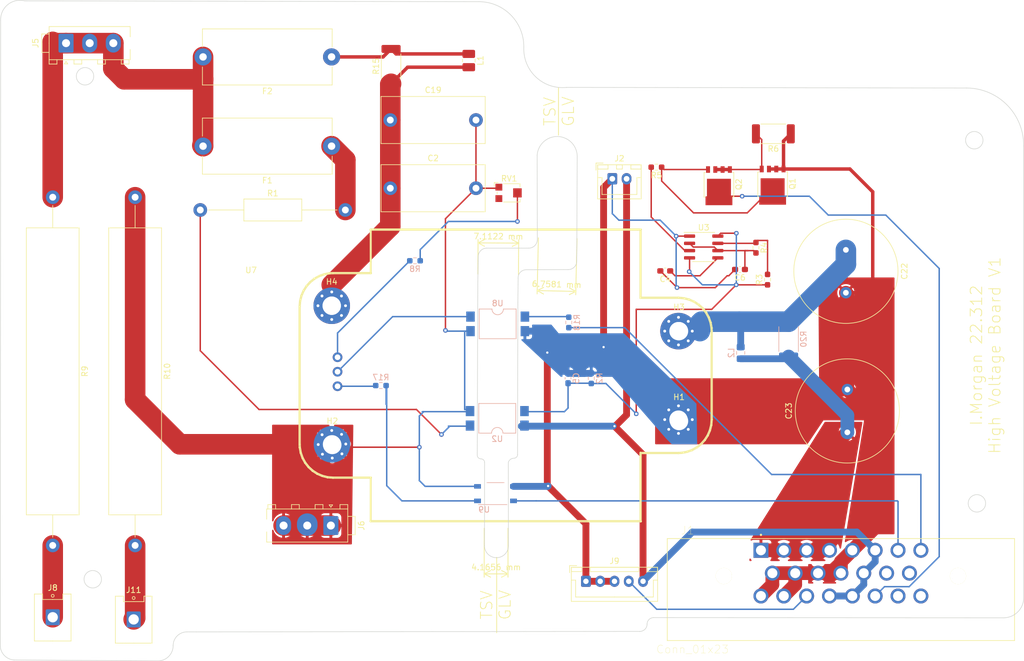
<source format=kicad_pcb>
(kicad_pcb (version 20211014) (generator pcbnew)
  (layers (0 "F.Cu" signal) (31 "B.Cu" signal) (34 "B.Paste" user) (35 "F.Paste" user) (36 "B.SilkS" user "B.Silkscreen") (37 "F.SilkS" user "F.Silkscreen") (38 "B.Mask" user) (39 "F.Mask" user) (44 "Edge.Cuts" user))
  (net 0 "")
  (net 1 "+12V")
  (net 2 "GND")
  (net 3 "Net-(C4-Pad1)")
  (net 4 "VCC")
  (net 5 "/TSAL/pass")
  (net 6 "Net-(C19-Pad1)")
  (net 7 "Net-(C22-Pad1)")
  (net 8 "/DCDC_OUT")
  (net 11 "/TSAL_GND")
  (net 13 "/IMD_OK")
  (net 15 "Net-(R1-Pad1)")
  (net 16 "Net-(R3-Pad2)")
  (net 17 "/TSAL/555_OUT")
  (net 18 "Net-(R17-Pad1)")
  (net 19 "/vicor/FAULT_HV")
  (net 20 "/DC_DC_EN")
  (net 21 "Net-(R18-Pad2)")
  (net 22 "/DC_DC_FAULT")
  (net 23 "Net-(Q1-Pad4)")
  (net 24 "/vicor/EN_HV")
  (net 25 "HV-")
  (net 26 "HV+")
  (net 27 "/TSAL/HV+")
  (net 28 "/vicor/HV+")
  (net 29 "Net-(J8-Pad1)")
  (net 30 "Net-(J11-Pad1)")
  (net 31 "Net-(Q1-Pad5)")
  (net 32 "/vicor/TRIM_HV")
  (net 34 "Net-(R8-Pad2)")
  (footprint "AERO_Footprints:TE_MATE-N-LOK_1-770870-x_1x03_P4.14mm_Vertical" (layer "F.Cu") (at 58.923 44.451 90)
    (fp_text reference "J5")
    (fp_text value "HV+")
  )
  (footprint "Connector_JST:JST_XH_B2B-XH-A_1x02_P2.50mm_Vertical" (layer "F.Cu") (at 154.559 68.199)
    (fp_text reference "J2")
    (fp_text value "Conn_01x02")
  )
  (footprint "AERO_Footprints:vicor-socket-no-cutouts" (layer "F.Cu") (at 105.43912 90.4219)
    (fp_text reference "U7")
    (fp_text value "Vicor_AERO")
  )
  (footprint "Fuse:Fuseholder_Cylinder-5x20mm_Schurter_0031_8201_Horizontal_Open" (layer "F.Cu") (at 105.41 62.484 180)
    (fp_text reference "F1")
    (fp_text value "2A")
  )
  (footprint "MountingHole:MountingHole_3.2mm_M3" (layer "F.Cu") (at 105.43912 90.4219)
    (fp_text reference "H4")
    (fp_text value "MountingHole")
  )
  (footprint "Capacitor_THT:C_Radial_D18.0mm_H35.5mm_P7.50mm" (layer "F.Cu") (at 195.453 80.645 -90)
    (fp_text reference "C22")
    (fp_text value "4700uF")
  )
  (footprint "Capacitor_THT:C_Rect_L18.0mm_W8.0mm_P15.00mm_FKS3_FKP3" (layer "F.Cu") (at 115.69 57.912)
    (fp_text reference "C19")
    (fp_text value "0.68uF")
  )
  (footprint "Connector_JST:JST_XH_B5B-XH-A_1x05_P2.50mm_Vertical" (layer "F.Cu") (at 149.94 138.667)
    (fp_text reference "J9")
    (fp_text value "Bender-LV")
  )
  (footprint "Capacitor_SMD:C_0603_1608Metric_Pad1.08x0.95mm_HandSolder" (layer "F.Cu") (at 163.83 84.328 180)
    (fp_text reference "C4")
    (fp_text value "0.1u")
  )
  (footprint "MountingHole:MountingHole_3.2mm_M3" (layer "F.Cu") (at 105.537 114.808)
    (fp_text reference "H2")
    (fp_text value "MountingHole")
  )
  (footprint "Capacitor_THT:C_Radial_D18.0mm_H35.5mm_P7.50mm" (layer "F.Cu") (at 195.707 112.589 90)
    (fp_text reference "C23")
    (fp_text value "4700uF")
  )
  (footprint "Resistor_SMD:R_0603_1608Metric_Pad0.98x0.95mm_HandSolder" (layer "F.Cu") (at 162.2825 66.167 180)
    (fp_text reference "R5")
    (fp_text value "10k")
  )
  (footprint "Resistor_SMD:R_0603_1608Metric_Pad0.98x0.95mm_HandSolder" (layer "F.Cu") (at 181.737 85.852 90)
    (fp_text reference "R3")
    (fp_text value "100k")
  )
  (footprint "Resistor_SMD:R_2512_6332Metric_Pad1.40x3.35mm_HandSolder" (layer "F.Cu") (at 115.824 48.514 90)
    (fp_text reference "R15")
    (fp_text value "1")
  )
  (footprint "Package_TO_SOT_SMD:LFPAK56" (layer "F.Cu") (at 182.626 69.323 -90)
    (fp_text reference "Q1")
    (fp_text value "PSMN5R2-60YL")
  )
  (footprint "MountingHole:MountingHole_3.2mm_M3" (layer "F.Cu") (at 166.243 110.617)
    (fp_text reference "H1")
    (fp_text value "MountingHole")
  )
  (footprint "Connector_Hirose:Hirose_DF63M-1P-3.96DSA_1x01_P3.96mm_Vertical" (layer "F.Cu") (at 70.7644 145.3388)
    (fp_text reference "J11")
    (fp_text value "HV-")
  )
  (footprint "Package_SO:SOIC-8_3.9x4.9mm_P1.27mm" (layer "F.Cu") (at 170.561 80.137)
    (fp_text reference "U3")
    (fp_text value "LM555xM")
  )
  (footprint "Capacitor_SMD:C_0603_1608Metric_Pad1.08x0.95mm_HandSolder" (layer "F.Cu") (at 176.911 84.074 180)
    (fp_text reference "C6")
    (fp_text value "1u")
  )
  (footprint "Resistor_THT:R_Axial_Power_L50.0mm_W9.0mm_P60.96mm" (layer "F.Cu") (at 56.5912 71.4248 -90)
    (fp_text reference "R9")
    (fp_text value "10k")
  )
  (footprint "Resistor_SMD:R_2512_6332Metric_Pad1.40x3.35mm_HandSolder" (layer "F.Cu") (at 182.753 60.325 180)
    (fp_text reference "R6")
    (fp_text value "0.75")
  )
  (footprint "AERO_Footprints:TE_1-770669-1_23pin_Horizontal" (layer "F.Cu") (at 180.581 133.2395)
    (fp_text reference "J1")
    (fp_text value "Conn_01x23")
  )
  (footprint "Fuse:Fuseholder_Cylinder-5x20mm_Schurter_0031_8201_Horizontal_Open" (layer "F.Cu") (at 105.41 46.863 180)
    (fp_text reference "F2")
    (fp_text value "35A")
  )
  (footprint "Resistor_THT:R_Axial_Power_L50.0mm_W9.0mm_P60.96mm" (layer "F.Cu") (at 71.0184 71.4248 -90)
    (fp_text reference "R10")
    (fp_text value "10k")
  )
  (footprint "MountingHole:MountingHole_3.2mm_M3" (layer "F.Cu") (at 166.243 94.869)
    (fp_text reference "H3")
    (fp_text value "MountingHole")
  )
  (footprint "Potentiometer_SMD:Potentiometer_Bourns_TC33X_Vertical" (layer "F.Cu") (at 136.498 70.6628)
    (fp_text reference "RV1")
    (fp_text value "50k TC33x-2-503E")
  )
  (footprint "Package_TO_SOT_SMD:LFPAK56" (layer "F.Cu") (at 173.228 69.411 -90)
    (fp_text reference "Q2")
    (fp_text value "PSMN5R2-60YL")
  )
  (footprint "Resistor_SMD:R_0603_1608Metric_Pad0.98x0.95mm_HandSolder" (layer "F.Cu") (at 179.705 80.264 -90)
    (fp_text reference "R4")
    (fp_text value "235k")
  )
  (footprint "AERO_Footprints:TE_MATE-N-LOK_1-770870-x_1x03_P4.14mm_Vertical" (layer "F.Cu") (at 105.288 128.904 -90)
    (fp_text reference "J6")
    (fp_text value "HV-")
  )
  (footprint "Inductor_SMD:L_1008_2520Metric_Pad1.43x2.20mm_HandSolder" (layer "F.Cu") (at 129.4325 47.498 -90)
    (fp_text reference "L1")
    (fp_text value "1uH")
  )
  (footprint "Capacitor_THT:C_Rect_L18.0mm_W8.0mm_P15.00mm_FKS3_FKP3" (layer "F.Cu") (at 115.69 69.85)
    (fp_text reference "C2")
    (fp_text value "0.68uF")
  )
  (footprint "Resistor_THT:R_Axial_DIN0411_L9.9mm_D3.6mm_P25.40mm_Horizontal" (layer "F.Cu") (at 82.423 73.66)
    (fp_text reference "R1")
    (fp_text value "39k")
  )
  (footprint "Connector_Hirose:Hirose_DF63M-1P-3.96DSA_1x01_P3.96mm_Vertical" (layer "F.Cu") (at 56.5912 144.9578)
    (fp_text reference "J8")
    (fp_text value "HV+")
  )
  (footprint "Package_DIP:SMDIP-4_W9.53mm_Clearance8mm" (layer "B.Cu") (at 134.493 93.599 180)
    (fp_text reference "U8")
    (fp_text value "LTV-817S")
  )
  (footprint "Inductor_SMD:L_0805_2012Metric_Pad1.15x1.40mm_HandSolder" (layer "B.Cu") (at 177.038 98.679 -90)
    (fp_text reference "L2")
    (fp_text value "0.15uH")
  )
  (footprint "Resistor_SMD:R_0603_1608Metric_Pad0.98x0.95mm_HandSolder" (layer "B.Cu") (at 146.939 93.345 90)
    (fp_text reference "R18")
    (fp_text value "1k")
  )
  (footprint "Package_DIP:SMDIP-4_W9.53mm_Clearance8mm" (layer "B.Cu") (at 134.4168 110.1344)
    (fp_text reference "U2")
    (fp_text value "LTV-817S")
  )
  (footprint "Capacitor_SMD:C_0603_1608Metric_Pad1.08x0.95mm_HandSolder" (layer "B.Cu") (at 146.812 103.124 90)
    (fp_text reference "C5")
    (fp_text value "0.1u")
  )
  (footprint "Package_SO:MFSOP6-4_4.4x3.6mm_P1.27mm" (layer "B.Cu") (at 134.112 123.317)
    (fp_text reference "U9")
    (fp_text value "TLP184")
  )
  (footprint "Resistor_SMD:R_2512_6332Metric_Pad1.40x3.35mm_HandSolder" (layer "B.Cu") (at 185.42 96.266 90)
    (fp_text reference "R20")
    (fp_text value "1")
  )
  (footprint "Resistor_SMD:R_0603_1608Metric_Pad0.98x0.95mm_HandSolder" (layer "B.Cu") (at 150.876 103.124 90)
    (fp_text reference "R2")
    (fp_text value "10k")
  )
  (footprint "Resistor_SMD:R_0603_1608Metric_Pad0.98x0.95mm_HandSolder" (layer "B.Cu") (at 114.046 104.394 180)
    (fp_text reference "R17")
    (fp_text value "1k")
  )
  (footprint "Resistor_SMD:R_0603_1608Metric_Pad0.98x0.95mm_HandSolder" (layer "B.Cu") (at 120.015 82.55)
    (fp_text reference "R8")
    (fp_text value "300")
  )
  (gr_line (start 145.1356 60.5536) (end 145.1356 52.2732) (layer "F.SilkS") (width 0.15))
  (gr_line (start 134.3152 134.4676) (end 134.3152 147.6756) (layer "F.SilkS") (width 0.15))
  (gr_circle (center 218.389198 125.018766) (end 219.9132 124.967934) (layer "Edge.Cuts") (width 0.1) (fill none))
  (gr_line (start 226.593528 141.503528) (end 226.568 62.484) (layer "Edge.Cuts") (width 0.1))
  (gr_arc (start 138.0744 85.598) (mid 138.456476 84.561129) (end 139.47171 84.1248) (layer "Edge.Cuts") (width 0.1))
  (gr_line (start 159.375974 147.437974) (end 81.7372 147.5232) (layer "Edge.Cuts") (width 0.1))
  (gr_line (start 148.413785 64.459373) (end 148.336 82.6008) (layer "Edge.Cuts") (width 0.1))
  (gr_arc (start 160.645974 146.167974) (mid 160.274 147.066) (end 159.375974 147.437974) (layer "Edge.Cuts") (width 0.1))
  (gr_line (start 131.08971 81.81371) (end 131.0132 86.2584) (layer "Edge.Cuts") (width 0.1))
  (gr_line (start 136.3472 117.8814) (end 136.3726 132.4864) (layer "Edge.Cuts") (width 0.1))
  (gr_arc (start 47.483076 40.477125) (mid 48.71705 37.709649) (end 51.674076 37.048125) (layer "Edge.Cuts") (width 0.1))
  (gr_arc (start 146.558 52.197) (mid 141.217488 50.41444) (end 139.065 45.212) (layer "Edge.Cuts") (width 0.1))
  (gr_arc (start 49.824325 152.435876) (mid 48.159536 151.687665) (end 47.411325 150.022876) (layer "Edge.Cuts") (width 0.1))
  (gr_arc (start 136.3726 132.4864) (mid 134.251711 134.531549) (end 132.18101 132.4356) (layer "Edge.Cuts") (width 0.1))
  (gr_line (start 161.788974 145.024974) (end 223.037528 145.059528) (layer "Edge.Cuts") (width 0.1))
  (gr_arc (start 137.9728 116.4844) (mid 137.786813 116.933413) (end 137.3378 117.1194) (layer "Edge.Cuts") (width 0.1))
  (gr_line (start 132.198813 117.864187) (end 132.18101 132.4356) (layer "Edge.Cuts") (width 0.1))
  (gr_arc (start 226.593528 141.503528) (mid 225.552 144.018) (end 223.037528 145.059528) (layer "Edge.Cuts") (width 0.1))
  (gr_arc (start 131.191 37.193402) (mid 136.81299 39.548096) (end 139.065 45.212) (layer "Edge.Cuts") (width 0.1))
  (gr_arc (start 77.6732 149.9362) (mid 76.892054 151.822054) (end 75.0062 152.6032) (layer "Edge.Cuts") (width 0.1))
  (gr_line (start 47.411325 150.022876) (end 47.483076 40.477125) (layer "Edge.Cuts") (width 0.1))
  (gr_arc (start 141.4272 78.8924) (mid 140.970156 79.918944) (end 139.92829 80.33989) (layer "Edge.Cuts") (width 0.1))
  (gr_line (start 216.552598 52.306402) (end 146.558 52.197) (layer "Edge.Cuts") (width 0.1))
  (gr_line (start 131.0132 86.2584) (end 130.9116 116.5352) (layer "Edge.Cuts") (width 0.1))
  (gr_line (start 138.0236 89.8652) (end 138.0744 85.598) (layer "Edge.Cuts") (width 0.1))
  (gr_arc (start 131.563813 117.229187) (mid 132.012826 117.415174) (end 132.198813 117.864187) (layer "Edge.Cuts") (width 0.1))
  (gr_arc (start 131.563813 117.229187) (mid 131.087629 117.023237) (end 130.9116 116.5352) (layer "Edge.Cuts") (width 0.1))
  (gr_line (start 139.47171 84.1248) (end 146.83709 84.09909) (layer "Edge.Cuts") (width 0.1))
  (gr_circle (center 62.25 50.25) (end 63.774002 50.199168) (layer "Edge.Cuts") (width 0.1) (fill none))
  (gr_arc (start 77.6732 149.9362) (mid 78.37995 148.22995) (end 80.0862 147.5232) (layer "Edge.Cuts") (width 0.1))
  (gr_arc (start 160.645974 146.167974) (mid 160.980751 145.359751) (end 161.788974 145.024974) (layer "Edge.Cuts") (width 0.1))
  (gr_line (start 81.7372 147.5232) (end 80.0862 147.5232) (layer "Edge.Cuts") (width 0.1))
  (gr_arc (start 136.3472 117.8814) (mid 136.712911 117.331934) (end 137.3378 117.1194) (layer "Edge.Cuts") (width 0.1))
  (gr_circle (center 63.600698 138.306266) (end 65.122576 138.211117) (layer "Edge.Cuts") (width 0.1) (fill none))
  (gr_arc (start 131.08971 81.81371) (mid 131.5212 80.772) (end 132.56291 80.34051) (layer "Edge.Cuts") (width 0.1))
  (gr_line (start 139.92829 80.33989) (end 132.56291 80.34051) (layer "Edge.Cuts") (width 0.1))
  (gr_arc (start 141.403385 64.103773) (mid 145.084801 60.8076) (end 148.413785 64.459373) (layer "Edge.Cuts") (width 0.1))
  (gr_line (start 75.0062 152.6032) (end 49.824325 152.435876) (layer "Edge.Cuts") (width 0.1))
  (gr_circle (center 217.931098 61.445866) (end 219.4551 61.395034) (layer "Edge.Cuts") (width 0.1) (fill none))
  (gr_line (start 51.674076 37.048125) (end 131.191 37.193402) (layer "Edge.Cuts") (width 0.1))
  (gr_arc (start 148.336 82.6008) (mid 147.896759 83.660288) (end 146.83709 84.09909) (layer "Edge.Cuts") (width 0.1))
  (gr_line (start 138.0236 89.8652) (end 137.9728 116.4844) (layer "Edge.Cuts") (width 0.1))
  (gr_arc (start 216.552598 52.306402) (mid 223.692132 55.297342) (end 226.568 62.484) (layer "Edge.Cuts") (width 0.1))
  (gr_line (start 141.403385 64.103773) (end 141.4272 78.8924) (layer "Edge.Cuts") (width 0.1))
  (gr_text "TSV\nGLV\n" (at 134.1628 142.7988 90) (layer "F.SilkS") (effects (font (size 2 2))))
  (gr_text "I.Morgan 22.312\nHigh Voltage Board V1" (at 219.9132 99.1108 90) (layer "F.SilkS") (effects (font (size 2 2))))
  (gr_text "TSV\nGLV\n" (at 145.2372 56.4134 90) (layer "F.SilkS") (effects (font (size 2 2))))
  (dimension (type aligned) (layer "F.SilkS") (pts (xy 131.0132 85.3948) (xy 138.1252 85.4456)) (height -5.981184) (gr_text "7.1122 mm" (at 134.620136 78.289198 359.5907514) (layer "F.SilkS") (effects (font (size 1 1) (thickness 0.15)))) (format (units 3) (units_format 1) (precision 4)) (style (thickness 0.15) (arrow_length 1.27) (text_position_mode 0) (extension_height 0.58642) (extension_offset 0.5) keep_text_aligned))
  (dimension (type aligned) (layer "F.SilkS") (pts (xy 141.6304 78.0288) (xy 148.3868 78.1812)) (height 9.740427) (gr_text "6.7581 mm" (at 144.81488 86.693242 358.7078331) (layer "F.SilkS") (effects (font (size 1 1) (thickness 0.15)))) (format (units 3) (units_format 1) (precision 4)) (style (thickness 0.15) (arrow_length 1.27) (text_position_mode 0) (extension_height 0.58642) (extension_offset 0.5) keep_text_aligned))
  (dimension (type aligned) (layer "F.SilkS") (pts (xy 132.1308 128.8796) (xy 136.2964 128.8796)) (height 8.4836) (gr_text "4.1656 mm" (at 134.2136 136.2132) (layer "F.SilkS") (effects (font (size 1 1) (thickness 0.15)))) (format (units 3) (units_format 1) (precision 4)) (style (thickness 0.15) (arrow_length 1.27) (text_position_mode 0) (extension_height 0.58642) (extension_offset 0.5) keep_text_aligned))
  (segment (start 157.059 68.199) (end 157.059 109.514) (width 1.2) (layer "F.Cu") (net 1))
  (segment (start 159.94 116.506) (end 155.0035 111.5695) (width 1.2) (layer "F.Cu") (net 1))
  (segment (start 159.94 138.667) (end 159.94 116.506) (width 1.2) (layer "F.Cu") (net 1))
  (segment (start 155.0035 111.5695) (end 154.94 111.506) (width 1.2) (layer "F.Cu") (net 1))
  (segment (start 157.059 109.514) (end 155.0035 111.5695) (width 1.2) (layer "F.Cu") (net 1))
  (via (at 154.94 111.506) (size 0.8) (drill 0.4) (layers "F.Cu" "B.Cu") (net 1))
  (segment (start 200.581 135.2395) (end 198.581 137.2395) (width 1.2) (layer "B.Cu") (net 1))
  (segment (start 138.623 111.506) (end 154.686 111.506) (width 1.2) (layer "B.Cu") (net 1))
  (segment (start 200.581 133.2395) (end 200.581 135.2395) (width 1.2) (layer "B.Cu") (net 1))
  (segment (start 200.581 133.2395) (end 197.390394 130.048894) (width 1.2) (layer "B.Cu") (net 1))
  (segment (start 168.558106 130.048894) (end 159.94 138.667) (width 1.2) (layer "B.Cu") (net 1))
  (segment (start 196.581 141.2395) (end 192.581 141.2395) (width 1.2) (layer "B.Cu") (net 1))
  (segment (start 198.581 137.2395) (end 198.581 139.2395) (width 1.2) (layer "B.Cu") (net 1))
  (segment (start 198.581 139.2395) (end 196.581 141.2395) (width 1.2) (layer "B.Cu") (net 1))
  (segment (start 197.390394 130.048894) (end 168.558106 130.048894) (width 1.2) (layer "B.Cu") (net 1))
  (segment (start 196.581 133.2395) (end 200.533 129.2875) (width 2.4) (layer "F.Cu") (net 2))
  (segment (start 195.707 88.399) (end 195.453 88.145) (width 2.4) (layer "F.Cu") (net 2))
  (segment (start 186.581 137.2395) (end 182.581 137.2395) (width 2.4) (layer "F.Cu") (net 2))
  (segment (start 182.566 105.089) (end 177.2941 110.3609) (width 2.4) (layer "F.Cu") (net 2))
  (segment (start 143.17925 121.84325) (end 143.17925 99.99925) (width 1.2) (layer "F.Cu") (net 2))
  (segment (start 195.707 105.089) (end 195.707 88.399) (width 2.4) (layer "F.Cu") (net 2))
  (segment (start 149.94 138.667) (end 149.94 128.604) (width 1.2) (layer "F.Cu") (net 2))
  (segment (start 165.8885 87.249) (end 162.9675 84.328) (width 0.25) (layer "F.Cu") (net 2))
  (segment (start 176.0485 84.074) (end 174.9425 85.18) (width 0.25) (layer "F.Cu") (net 2))
  (segment (start 194.581 135.2395) (end 196.581 133.2395) (width 2.4) (layer "F.Cu") (net 2))
  (segment (start 149.94 128.604) (end 144.0815 122.7455) (width 1.2) (layer "F.Cu") (net 2))
  (segment (start 182.581 137.2395) (end 182.581 139.2395) (width 2.4) (layer "F.Cu") (net 2))
  (segment (start 200.533 129.2875) (end 200.533 109.915) (width 2.4) (layer "F.Cu") (net 2))
  (segment (start 199.637 88.145) (end 195.453 88.145) (width 0.6) (layer "F.Cu") (net 2))
  (segment (start 184.536 61.592) (end 184.536 66.488) (width 0.6) (layer "F.Cu") (net 2))
  (segment (start 195.707 105.089) (end 182.566 105.089) (width 2.4) (layer "F.Cu") (net 2))
  (segment (start 184.536 66.488) (end 196.155 66.488) (width 0.6) (layer "F.Cu") (net 2))
  (segment (start 144.0815 122.7455) (end 143.17925 121.84325) (width 1.2) (layer "F.Cu") (net 2))
  (segment (start 186.581 139.2395) (end 184.581 141.2395) (width 2.4) (layer "F.Cu") (net 2))
  (segment (start 182.581 139.2395) (end 180.581 141.2395) (width 2.4) (layer "F.Cu") (net 2))
  (segment (start 172.593 87.249) (end 165.8885 87.249) (width 0.25) (layer "F.Cu") (net 2))
  (segment (start 200.152 70.485) (end 200.152 87.63) (width 0.6) (layer "F.Cu") (net 2))
  (segment (start 174.9425 85.18) (end 174.662 85.18) (width 0.25) (layer "F.Cu") (net 2))
  (segment (start 145.5155 97.663) (end 153.035 97.663) (width 1.2) (layer "F.Cu") (net 2))
  (segment (start 143.17925 99.99925) (end 145.5155 97.663) (width 1.2) (layer "F.Cu") (net 2))
  (segment (start 154.94 138.667) (end 149.94 138.667) (width 1.2) (layer "F.Cu") (net 2))
  (segment (start 144.0815 122.7455) (end 143.3195 121.9835) (width 1.2) (layer "F.Cu") (net 2))
  (segment (start 190.581 137.2395) (end 194.581 137.2395) (width 2.4) (layer "F.Cu") (net 2))
  (segment (start 174.662 85.18) (end 172.593 87.249) (width 0.25) (layer "F.Cu") (net 2))
  (segment (start 177.2941 110.3609) (end 169.293001 110.3609) (width 2.4) (layer "F.Cu") (net 2))
  (segment (start 153.035 69.723) (end 154.559 68.199) (width 1.2) (layer "F.Cu") (net 2))
  (segment (start 186.581 137.2395) (end 186.581 139.2395) (width 2.4) (layer "F.Cu") (net 2))
  (segment (start 194.581 137.2395) (end 194.581 135.2395) (width 2.4) (layer "F.Cu") (net 2))
  (segment (start 153.035 97.663) (end 153.035 69.723) (width 1.2) (layer "F.Cu") (net 2))
  (segment (start 185.803 60.325) (end 184.536 61.592) (width 0.6) (layer "F.Cu") (net 2))
  (segment (start 190.581 137.2395) (end 186.581 137.2395) (width 2.4) (layer "F.Cu") (net 2))
  (segment (start 196.155 66.488) (end 200.152 70.485) (width 0.6) (layer "F.Cu") (net 2))
  (segment (start 143.17925 99.99925) (end 143.17925 98.62875) (width 1.2) (layer "F.Cu") (net 2))
  (segment (start 184.536 66.488) (end 181.986 66.488) (width 0.6) (layer "F.Cu") (net 2))
  (segment (start 168.086 78.232) (end 165.735 78.232) (width 0.25) (layer "F.Cu") (net 2))
  (segment (start 200.533 109.915) (end 195.707 105.089) (width 2.4) (layer "F.Cu") (net 2))
  (segment (start 200.152 87.63) (end 199.637 88.145) (width 0.6) (layer "F.Cu") (net 2))
  (via (at 143.3195 121.9835) (size 0.8) (drill 0.4) (layers "F.Cu" "B.Cu") (net 2))
  (via (at 165.8885 87.249) (size 0.8) (drill 0.4) (layers "F.Cu" "B.Cu") (net 2))
  (via (at 153.035 97.663) (size 0.8) (drill 0.4) (layers "F.Cu" "B.Cu") (net 2))
  (via (at 143.17925 98.62875) (size 0.8) (drill 0.4) (layers "F.Cu" "B.Cu") (net 2))
  (via (at 165.735 78.232) (size 0.8) (drill 0.4) (layers "F.Cu" "B.Cu") (net 2))
  (segment (start 146.812 102.2615) (end 150.826 102.2615) (width 1.2) (layer "B.Cu") (net 2))
  (segment (start 150.826 102.2615) (end 150.876 102.2115) (width 1.2) (layer "B.Cu") (net 2))
  (segment (start 165.735 78.232) (end 162.941 75.438) (width 0.25) (layer "B.Cu") (net 2))
  (segment (start 143.17925 98.62875) (end 146.812 102.2615) (width 1.2) (layer "B.Cu") (net 2))
  (segment (start 139.258 94.869) (end 139.4195 94.869) (width 0.254) (layer "B.Cu") (net 2))
  (segment (start 143.3195 121.9835) (end 143.51 121.793) (width 0.254) (layer "B.Cu") (net 2))
  (segment (start 153.44722 97.663) (end 153.035 97.663) (width 1.2) (layer "B.Cu") (net 2))
  (segment (start 145.796 97.663) (end 143.002 94.869) (width 1.2) (layer "B.Cu") (net 2))
  (segment (start 154.559 74.295) (end 154.559 68.199) (width 0.25) (layer "B.Cu") (net 2))
  (segment (start 143.256 122.047) (end 143.3195 121.9835) (width 1.2) (layer "B.Cu") (net 2))
  (segment (start 162.941 75.438) (end 155.702 75.438) (width 0.25) (layer "B.Cu") (net 2))
  (segment (start 165.735 87.0955) (end 165.8885 87.249) (width 0.25) (layer "B.Cu") (net 2))
  (segment (start 155.702 75.438) (end 154.559 74.295) (width 0.25) (layer "B.Cu") (net 2))
  (segment (start 137.262 122.047) (end 143.256 122.047) (width 1.2) (layer "B.Cu") (net 2))
  (segment (start 153.035 97.663) (end 145.796 97.663) (width 1.2) (layer "B.Cu") (net 2))
  (segment (start 164.438871 108.654651) (end 153.44722 97.663) (width 1.2) (layer "B.Cu") (net 2))
  (segment (start 143.002 94.869) (end 139.258 94.869) (width 1.2) (layer "B.Cu") (net 2))
  (segment (start 165.735 78.232) (end 165.735 87.0955) (width 0.25) (layer "B.Cu") (net 2))
  (segment (start 173.036 82.042) (end 169.898 85.18) (width 0.25) (layer "F.Cu") (net 3))
  (segment (start 165.5445 85.18) (end 164.6925 84.328) (width 0.25) (layer "F.Cu") (net 3))
  (segment (start 169.898 85.18) (end 165.5445 85.18) (width 0.25) (layer "F.Cu") (net 3))
  (segment (start 168.086 84.39) (end 168.021 84.455) (width 0.25) (layer "F.Cu") (net 4))
  (segment (start 173.036 78.232) (end 173.544 77.724) (width 0.25) (layer "F.Cu") (net 4))
  (segment (start 181.7135 86.741) (end 181.737 86.7645) (width 0.254) (layer "F.Cu") (net 4))
  (segment (start 158.75 109.347) (end 158.75 91.059) (width 0.254) (layer "F.Cu") (net 4))
  (segment (start 158.75 91.059) (end 171.958 91.059) (width 0.254) (layer "F.Cu") (net 4))
  (segment (start 173.544 77.724) (end 176.276 77.724) (width 0.25) (layer "F.Cu") (net 4))
  (segment (start 171.958 91.059) (end 176.2525 86.7645) (width 0.254) (layer "F.Cu") (net 4))
  (segment (start 176.2525 86.7645) (end 181.737 86.7645) (width 0.254) (layer "F.Cu") (net 4))
  (segment (start 168.086 82.042) (end 168.086 84.39) (width 0.25) (layer "F.Cu") (net 4))
  (via (at 168.021 84.455) (size 0.8) (drill 0.4) (layers "F.Cu" "B.Cu") (net 4))
  (via (at 158.75 109.347) (size 0.8) (drill 0.4) (layers "F.Cu" "B.Cu") (net 4))
  (via (at 176.276 77.724) (size 0.8) (drill 0.4) (layers "F.Cu" "B.Cu") (net 4))
  (via (at 176.2525 86.7645) (size 0.8) (drill 0.4) (layers "F.Cu" "B.Cu") (net 4))
  (segment (start 153.4395 104.0365) (end 158.75 109.347) (width 0.254) (layer "B.Cu") (net 4))
  (segment (start 146.177 108.966) (end 138.623 108.966) (width 0.254) (layer "B.Cu") (net 4))
  (segment (start 150.876 104.0365) (end 153.4395 104.0365) (width 0.254) (layer "B.Cu") (net 4))
  (segment (start 176.276 77.724) (end 176.276 86.741) (width 0.25) (layer "B.Cu") (net 4))
  (segment (start 176.276 86.741) (end 176.2525 86.7645) (width 0.25) (layer "B.Cu") (net 4))
  (segment (start 146.812 108.331) (end 146.177 108.966) (width 0.254) (layer "B.Cu") (net 4))
  (segment (start 170.3305 86.7645) (end 176.2525 86.7645) (width 0.25) (layer "B.Cu") (net 4))
  (segment (start 168.021 84.455) (end 170.3305 86.7645) (width 0.25) (layer "B.Cu") (net 4))
  (segment (start 146.812 103.9865) (end 150.826 103.9865) (width 0.254) (layer "B.Cu") (net 4))
  (segment (start 150.826 103.9865) (end 150.876 104.0365) (width 0.254) (layer "B.Cu") (net 4))
  (segment (start 146.812 103.9865) (end 146.812 108.331) (width 0.254) (layer "B.Cu") (net 4))
  (segment (start 173.036 80.772) (end 178.308 80.772) (width 0.25) (layer "F.Cu") (net 5))
  (segment (start 178.308 80.772) (end 179.3005 80.772) (width 0.25) (layer "F.Cu") (net 5))
  (segment (start 168.731 80.147) (end 168.086 79.502) (width 0.25) (layer "F.Cu") (net 5))
  (segment (start 172.411 80.147) (end 168.731 80.147) (width 0.25) (layer "F.Cu") (net 5))
  (segment (start 173.036 80.772) (end 172.411 80.147) (width 0.25) (layer "F.Cu") (net 5))
  (segment (start 177.7735 84.074) (end 177.7735 80.7985) (width 0.25) (layer "F.Cu") (net 5))
  (segment (start 177.7735 80.7985) (end 177.8 80.772) (width 0.25) (layer "F.Cu") (net 5))
  (segment (start 177.8 80.772) (end 178.308 80.772) (width 0.25) (layer "F.Cu") (net 5))
  (segment (start 179.3005 80.772) (end 179.705 81.1765) (width 0.25) (layer "F.Cu") (net 5))
  (segment (start 115.69 57.912) (end 115.69 69.85) (width 3.6) (layer "F.Cu") (net 6))
  (segment (start 115.69 57.912) (end 115.69 51.698) (width 3.6) (layer "F.Cu") (net 6))
  (segment (start 118.7275 48.6605) (end 115.69 51.698) (width 0.6) (layer "F.Cu") (net 6))
  (segment (start 115.69 51.698) (end 115.824 51.564) (width 3.6) (layer "F.Cu") (net 6))
  (segment (start 115.69 69.85) (end 115.69 76.521019) (width 3.6) (layer "F.Cu") (net 6))
  (segment (start 129.4325 48.6605) (end 118.7275 48.6605) (width 0.6) (layer "F.Cu") (net 6))
  (segment (start 115.69 76.521019) (end 105.43912 86.771899) (width 3.6) (layer "F.Cu") (net 6))
  (segment (start 176.786 93.216) (end 170.182 93.216) (width 3.6) (layer "B.Cu") (net 7))
  (segment (start 177.038 97.654) (end 177.038 93.468) (width 1.2) (layer "B.Cu") (net 7))
  (segment (start 195.453 83.183) (end 185.42 93.216) (width 3.6) (layer "B.Cu") (net 7))
  (segment (start 185.42 93.216) (end 176.786 93.216) (width 3.6) (layer "B.Cu") (net 7))
  (segment (start 177.038 93.468) (end 176.786 93.216) (width 1.2) (layer "B.Cu") (net 7))
  (segment (start 169.893001 93.504999) (end 169.893001 94.8669) (width 3.6) (layer "B.Cu") (net 7))
  (segment (start 195.453 80.645) (end 195.453 83.183) (width 3.6) (layer "B.Cu") (net 7))
  (segment (start 170.182 93.216) (end 169.893001 93.504999) (width 3.6) (layer "B.Cu") (net 7))
  (segment (start 180.581 133.2395) (end 192.581 133.2395) (width 2.4) (layer "F.Cu") (net 8))
  (segment (start 192.581 133.2395) (end 192.581 115.715) (width 2.4) (layer "F.Cu") (net 8))
  (segment (start 192.581 115.715) (end 195.707 112.589) (width 2.4) (layer "F.Cu") (net 8))
  (segment (start 177.038 99.704) (end 185.032 99.704) (width 1.2) (layer "B.Cu") (net 8))
  (segment (start 195.707 112.589) (end 195.707 109.603) (width 2.4) (layer "B.Cu") (net 8))
  (segment (start 195.707 109.603) (end 185.42 99.316) (width 2.4) (layer "B.Cu") (net 8))
  (segment (start 185.032 99.704) (end 185.42 99.316) (width 1.2) (layer "B.Cu") (net 8))
  (segment (start 174.629 71.247) (end 173.228 69.846) (width 0.25) (layer "F.Cu") (net 11))
  (segment (start 177.292 71.247) (end 177.419 71.247) (width 0.25) (layer "F.Cu") (net 11))
  (segment (start 177.292 71.247) (end 174.629 71.247) (width 0.25) (layer "F.Cu") (net 11))
  (via (at 177.292 71.247) (size 0.8) (drill 0.4) (layers "F.Cu" "B.Cu") (net 11))
  (segment (start 211.78983 83.90083) (end 211.78983 134.346445) (width 0.25) (layer "B.Cu") (net 11))
  (segment (start 206.534275 139.602) (end 202.2185 139.602) (width 0.25) (layer "B.Cu") (net 11))
  (segment (start 202.2185 139.602) (end 200.581 141.2395) (width 0.25) (layer "B.Cu") (net 11))
  (segment (start 202.438 74.549) (end 211.78983 83.90083) (width 0.25) (layer "B.Cu") (net 11))
  (segment (start 177.292 71.247) (end 189.060204 71.247) (width 0.25) (layer "B.Cu") (net 11))
  (segment (start 192.362204 74.549) (end 202.438 74.549) (width 0.25) (layer "B.Cu") (net 11))
  (segment (start 189.060204 71.247) (end 192.362204 74.549) (width 0.25) (layer "B.Cu") (net 11))
  (segment (start 211.78983 134.346445) (end 206.534275 139.602) (width 0.25) (layer "B.Cu") (net 11))
  (segment (start 188.581 141.2395) (end 186.25524 143.56526) (width 0.254) (layer "B.Cu") (net 13))
  (segment (start 186.25524 143.56526) (end 162.33826 143.56526) (width 0.254) (layer "B.Cu") (net 13))
  (segment (start 162.33826 143.56526) (end 157.44 138.667) (width 0.254) (layer "B.Cu") (net 13))
  (segment (start 124.6505 112.9665) (end 120.269 108.585) (width 0.254) (layer "F.Cu") (net 15))
  (segment (start 82.423 98.298) (end 82.423 73.66) (width 0.254) (layer "F.Cu") (net 15))
  (segment (start 92.71 108.585) (end 82.423 98.298) (width 0.254) (layer "F.Cu") (net 15))
  (segment (start 120.269 108.585) (end 92.71 108.585) (width 0.254) (layer "F.Cu") (net 15))
  (via (at 124.6505 112.9665) (size 0.8) (drill 0.4) (layers "F.Cu" "B.Cu") (net 15))
  (segment (start 124.6505 112.9665) (end 124.587 113.03) (width 0.254) (layer "B.Cu") (net 15))
  (segment (start 129.093 111.506) (end 125.857 111.506) (width 0.254) (layer "B.Cu") (net 15))
  (segment (start 126.111 111.506) (end 124.6505 112.9665) (width 0.254) (layer "B.Cu") (net 15))
  (segment (start 179.705 79.3515) (end 180.0625 78.994) (width 0.25) (layer "F.Cu") (net 16))
  (segment (start 179.578 79.2245) (end 179.705 79.3515) (width 0.25) (layer "F.Cu") (net 16))
  (segment (start 179.5545 79.502) (end 179.705 79.3515) (width 0.25) (layer "F.Cu") (net 16))
  (segment (start 180.0625 78.994) (end 181.737 78.994) (width 0.25) (layer "F.Cu") (net 16))
  (segment (start 181.737 78.994) (end 181.737 84.9395) (width 0.25) (layer "F.Cu") (net 16))
  (segment (start 173.036 79.502) (end 179.5545 79.502) (width 0.25) (layer "F.Cu") (net 16))
  (segment (start 161.37 74.892305) (end 161.37 66.167) (width 0.25) (layer "F.Cu") (net 17))
  (segment (start 167.249695 80.772) (end 161.37 74.892305) (width 0.25) (layer "F.Cu") (net 17))
  (segment (start 168.086 80.772) (end 167.249695 80.772) (width 0.25) (layer "F.Cu") (net 17))
  (segment (start 117.729 124.587) (end 115.062 121.92) (width 0.254) (layer "B.Cu") (net 18))
  (segment (start 114.9585 104.394) (end 114.9585 107.6975) (width 0.254) (layer "B.Cu") (net 18))
  (segment (start 115.062 104.4975) (end 114.9585 104.394) (width 0.254) (layer "B.Cu") (net 18))
  (segment (start 115.062 121.92) (end 115.062 104.4975) (width 0.254) (layer "B.Cu") (net 18))
  (segment (start 130.962 124.587) (end 117.729 124.587) (width 0.254) (layer "B.Cu") (net 18))
  (segment (start 113.0086 104.5189) (end 113.1335 104.394) (width 0.254) (layer "B.Cu") (net 19))
  (segment (start 106.45512 104.5189) (end 113.0086 104.5189) (width 0.254) (layer "B.Cu") (net 19))
  (segment (start 208.581 119.968) (end 182.452 119.968) (width 0.254) (layer "B.Cu") (net 20))
  (segment (start 208.581 133.2395) (end 208.581 119.968) (width 0.254) (layer "B.Cu") (net 20))
  (segment (start 182.452 119.968) (end 156.7415 94.2575) (width 0.254) (layer "B.Cu") (net 20))
  (segment (start 156.7415 94.2575) (end 146.939 94.2575) (width 0.254) (layer "B.Cu") (net 20))
  (segment (start 146.8355 92.329) (end 146.939 92.4325) (width 0.254) (layer "B.Cu") (net 21))
  (segment (start 139.258 92.329) (end 146.8355 92.329) (width 0.254) (layer "B.Cu") (net 21))
  (segment (start 137.262 124.587) (end 141.224 124.587) (width 0.254) (layer "B.Cu") (net 22))
  (segment (start 204.581 124.698) (end 204.581 133.2395) (width 0.254) (layer "B.Cu") (net 22))
  (segment (start 141.224 124.587) (end 204.47 124.587) (width 0.254) (layer "B.Cu") (net 22))
  (segment (start 204.47 124.587) (end 204.581 124.698) (width 0.254) (layer "B.Cu") (net 22))
  (segment (start 175.138 66.576) (end 180.628 66.576) (width 0.25) (layer "F.Cu") (net 23))
  (segment (start 180.628 66.576) (end 180.716 66.488) (width 0.25) (layer "F.Cu") (net 23))
  (segment (start 172.588 66.576) (end 175.138 66.576) (width 0.6) (layer "F.Cu") (net 23))
  (segment (start 180.716 61.338) (end 180.716 66.488) (width 0.25) (layer "F.Cu") (net 23))
  (segment (start 179.703 60.325) (end 180.716 61.338) (width 0.25) (layer "F.Cu") (net 23))
  (segment (start 116.10502 92.329) (end 106.45512 101.9789) (width 0.25) (layer "B.Cu") (net 24))
  (segment (start 128.966 92.329) (end 116.10502 92.329) (width 0.25) (layer "B.Cu") (net 24))
  (segment (start 125.349 75.191) (end 130.69 69.85) (width 0.254) (layer "F.Cu") (net 25))
  (segment (start 101.148 115.417899) (end 101.886999 114.6789) (width 3.6) (layer "F.Cu") (net 25))
  (segment (start 130.928 69.612) (end 130.69 69.85) (width 0.254) (layer "F.Cu") (net 25))
  (segment (start 97.008 128.904) (end 105.288 128.904) (width 3.6) (layer "F.Cu") (net 25))
  (segment (start 105.288 128.904) (end 103.586999 127.202999) (width 0.2) (layer "F.Cu") (net 25))
  (segment (start 101.148 128.904) (end 101.148 115.417899) (width 3.6) (layer "F.Cu") (net 25))
  (segment (start 134.5108 69.85) (end 134.698 69.6628) (width 0.254) (layer "F.Cu") (net 25))
  (segment (start 107.616101 114.808) (end 107.487001 114.6789) (width 0.2) (layer "F.Cu") (net 25))
  (segment (start 78.8395 114.6789) (end 101.886999 114.6789) (width 3.6) (layer "F.Cu") (net 25))
  (segment (start 120.777 115.189) (end 107.514001 115.189) (width 0.254) (layer "F.Cu") (net 25))
  (segment (start 71.0184 71.4248) (end 71.0184 106.8578) (width 3.6) (layer "F.Cu") (net 25))
  (segment (start 125.349 94.742) (end 125.349 75.191) (width 0.254) (layer "F.Cu") (net 25))
  (segment (start 107.514001 115.189) (end 107.514001 114.6789) (width 0.254) (layer "F.Cu") (net 25))
  (segment (start 130.69 57.912) (end 130.69 69.85) (width 0.254) (layer "F.Cu") (net 25))
  (segment (start 71.0184 106.8578) (end 78.8395 114.6789) (width 3.6) (layer "F.Cu") (net 25))
  (segment (start 130.69 69.85) (end 134.5108 69.85) (width 0.254) (layer "F.Cu") (net 25))
  (via (at 125.349 94.742) (size 0.8) (drill 0.4) (layers "F.Cu" "B.Cu") (net 25))
  (via (at 120.777 115.189) (size 0.8) (drill 0.4) (layers "F.Cu" "B.Cu") (net 25))
  (segment (start 120.777 115.189) (end 120.777 109.728) (width 0.254) (layer "B.Cu") (net 25))
  (segment (start 120.777 121.031) (end 120.777 115.189) (width 0.254) (layer "B.Cu") (net 25))
  (segment (start 101.148 128.904) (end 101.148 128.574) (width 3.6) (layer "B.Cu") (net 25))
  (segment (start 120.777 109.728) (end 121.539 108.966) (width 0.254) (layer "B.Cu") (net 25))
  (segment (start 129.2708 108.4834) (end 129.6518 108.8644) (width 0.254) (layer "B.Cu") (net 25))
  (segment (start 128.712 108.585) (end 129.3724 108.585) (width 0.254) (layer "B.Cu") (net 25))
  (segment (start 128.966 94.869) (end 125.476 94.869) (width 0.254) (layer "B.Cu") (net 25))
  (segment (start 128.712 94.869) (end 128.712 108.585) (width 0.254) (layer "B.Cu") (net 25))
  (segment (start 125.476 94.869) (end 125.349 94.742) (width 0.254) (layer "B.Cu") (net 25))
  (segment (start 130.962 122.047) (end 121.793 122.047) (width 0.254) (layer "B.Cu") (net 25))
  (segment (start 129.3724 108.585) (end 129.6518 108.8644) (width 0.254) (layer "B.Cu") (net 25))
  (segment (start 121.793 122.047) (end 120.777 121.031) (width 0.254) (layer "B.Cu") (net 25))
  (segment (start 121.285 108.966) (end 129.093 108.966) (width 0.254) (layer "B.Cu") (net 25))
  (segment (start 69.100048 50.779) (end 82.91 50.779) (width 3.6) (layer "F.Cu") (net 26))
  (segment (start 56.7954 44.451) (end 56.5912 44.2468) (width 3.6) (layer "F.Cu") (net 26))
  (segment (start 67.203 44.451) (end 67.203 48.881952) (width 3.6) (layer "F.Cu") (net 26))
  (segment (start 82.91 50.779) (end 82.91 62.484) (width 3.6) (layer "F.Cu") (net 26))
  (segment (start 58.923 44.451) (end 67.203 44.451) (width 3.6) (layer "F.Cu") (net 26))
  (segment (start 58.923 44.451) (end 56.7954 44.451) (width 3.6) (layer "F.Cu") (net 26))
  (segment (start 67.203 48.881952) (end 69.100048 50.779) (width 3.6) (layer "F.Cu") (net 26))
  (segment (start 82.91 46.863) (end 82.91 50.779) (width 3.6) (layer "F.Cu") (net 26))
  (segment (start 82.783 62.357) (end 82.91 62.484) (width 3.6) (layer "F.Cu") (net 26))
  (segment (start 56.5912 71.4248) (end 56.5912 44.2468) (width 3.6) (layer "F.Cu") (net 26))
  (segment (start 107.823 64.897) (end 105.41 62.484) (width 3.6) (layer "F.Cu") (net 27))
  (segment (start 107.823 73.66) (end 107.823 64.897) (width 3.6) (layer "F.Cu") (net 27))
  (segment (start 116.6955 46.3355) (end 129.4325 46.3355) (width 0.6) (layer "F.Cu") (net 28))
  (segment (start 105.41 46.863) (end 114.425 46.863) (width 0.6) (layer "F.Cu") (net 28))
  (segment (start 115.824 45.464) (end 116.6955 46.3355) (width 0.6) (layer "F.Cu") (net 28))
  (segment (start 114.425 46.863) (end 115.824 45.464) (width 0.6) (layer "F.Cu") (net 28))
  (segment (start 56.5912 132.3848) (end 56.5912 144.9578) (width 3.6) (layer "F.Cu") (net 29))
  (segment (start 71.0184 132.3848) (end 71.0184 145.0848) (width 3.6) (layer "F.Cu") (net 30))
  (segment (start 71.0184 145.0848) (end 70.7644 145.3388) (width 3.6) (layer "F.Cu") (net 30))
  (segment (start 163.604 66.576) (end 171.318 66.576) (width 0.25) (layer "F.Cu") (net 31))
  (segment (start 182.626 69.758) (end 182.591 69.758) (width 0.25) (layer "F.Cu") (net 31))
  (segment (start 163.195 66.167) (end 163.604 66.576) (width 0.25) (layer "F.Cu") (net 31))
  (segment (start 168.783 74.168) (end 163.195 68.58) (width 0.25) (layer "F.Cu") (net 31))
  (segment (start 163.195 68.58) (end 163.195 66.167) (width 0.25) (layer "F.Cu") (net 31))
  (segment (start 178.181 74.168) (end 168.783 74.168) (width 0.25) (layer "F.Cu") (net 31))
  (segment (start 182.591 69.758) (end 178.181 74.168) (width 0.25) (layer "F.Cu") (net 31))
  (segment (start 106.45512 99.4389) (end 106.45512 95.19738) (width 0.254) (layer "B.Cu") (net 32))
  (segment (start 106.45512 95.19738) (end 119.1025 82.55) (width 0.254) (layer "B.Cu") (net 32))
  (segment (start 137.948 75.6688) (end 137.948 70.6628) (width 0.254) (layer "F.Cu") (net 34))
  (via (at 137.948 75.6688) (size 0.8) (drill 0.4) (layers "F.Cu" "B.Cu") (net 34))
  (segment (start 120.9275 82.55) (end 120.9275 80.5961) (width 0.254) (layer "B.Cu") (net 34))
  (segment (start 125.8548 75.6688) (end 137.948 75.6688) (width 0.254) (layer "B.Cu") (net 34))
  (segment (start 120.9275 80.5961) (end 125.8548 75.6688) (width 0.254) (layer "B.Cu") (net 34))
  (zone (net 8) (net_name "/DCDC_OUT") (layer "F.Cu") (connect_pads (clearance 0.36)) (min_thickness 0.254) (fill yes (thermal_gap 0.508) (thermal_bridge_width 0.508) (island_removal_mode 2) (island_area_min 0))
    (polygon (pts (xy 194.564 133.096) (xy 192.024 135.128) (xy 178.562 135.128) (xy 178.562 131.699) (xy 191.77 110.744) (xy 198.374 110.744)))
  )
  (zone (net 25) (net_name "HV-") (layer "F.Cu") (connect_pads (clearance 0.36)) (min_thickness 0.254) (fill yes (thermal_gap 0.508) (thermal_bridge_width 0.508) (island_removal_mode 2) (island_area_min 0))
    (polygon (pts (xy 108.966 132.207) (xy 94.996 132.207) (xy 94.996 111.252) (xy 109.22 111.252)))
  )
  (zone (net 2) (net_name "GND") (layer "F.Cu") (connect_pads (clearance 0.36)) (min_thickness 0.254) (fill yes (thermal_gap 0.508) (thermal_bridge_width 0.508))
    (polygon (pts (xy 203.962 130.429) (xy 201.041 130.429) (xy 195.707 135.763) (xy 195.707 139.065) (xy 188.849 139.065) (xy 188.849 135.763) (xy 188.849 135.636) (xy 192.659 135.636) (xy 194.564 133.858) (xy 195.199 132.08) (xy 198.628 110.49) (xy 191.516 110.49) (xy 188.722 114.681) (xy 162.052 114.681) (xy 162.052 103.124) (xy 190.754 103.124) (xy 190.627 85.471) (xy 203.962 85.471)))
  )
  (zone (net 2) (net_name "GND") (layer "B.Cu") (connect_pads (clearance 0.36)) (min_thickness 0.254) (fill yes (thermal_gap 0.508) (thermal_bridge_width 0.508))
    (polygon (pts (xy 145.161 95.25) (xy 156.591 95.25) (xy 169.291 107.569) (xy 169.418 114.681) (xy 164.973 114.681) (xy 163.957 113.665) (xy 154.559 102.87) (xy 145.542 102.87) (xy 138.303 96.139) (xy 138.303 93.726) (xy 143.891 93.726)))
  )
)
</source>
